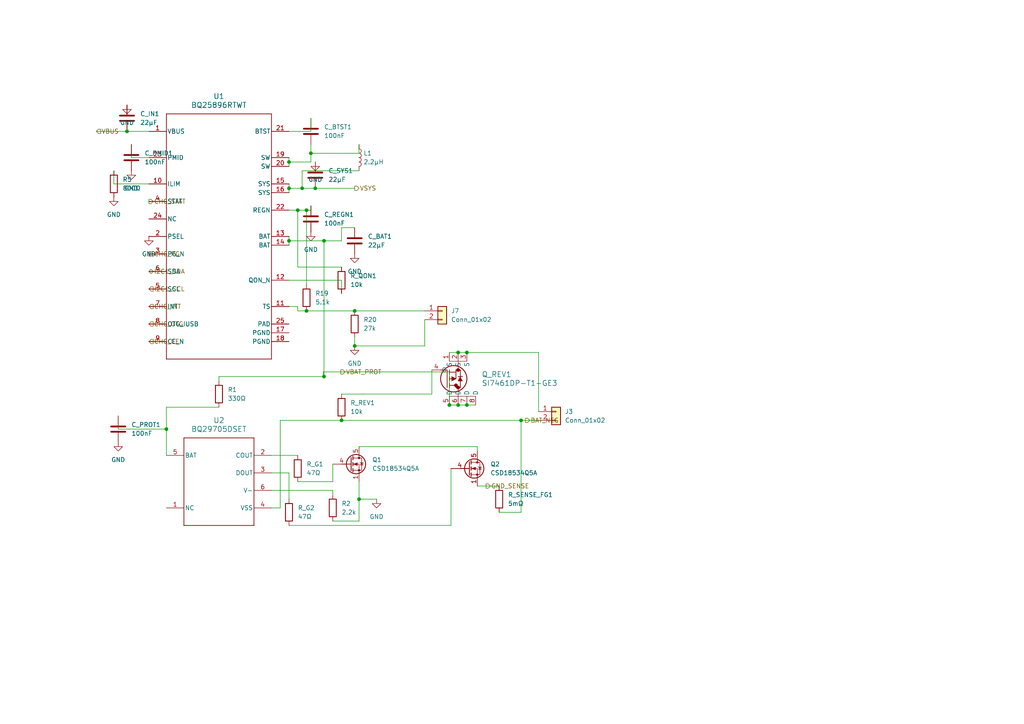
<source format=kicad_sch>
(kicad_sch (version 20250114) (generator "eeschema") (generator_version "9.0")
  (paper "A4")
  (lib_symbols
    (symbol "BQ25896RTWT:BQ25896RTWT" (pin_names (offset 0.254))
      (property "Reference" "U" (at 0 2.54 0))
      (property "Value" "BQ25896RTWT" (at 0 0 0))
      (symbol "BQ25896RTWT_0_1"
        (polyline (pts (xy -15.24 35.56) (xy -15.24 -35.56)) (stroke (width 0.2032)))
        (polyline (pts (xy -15.24 -35.56) (xy 15.24 -35.56)) (stroke (width 0.2032)))
        (polyline (pts (xy 15.24 35.56) (xy -15.24 35.56)) (stroke (width 0.2032)))
        (polyline (pts (xy 15.24 -35.56) (xy 15.24 35.56)) (stroke (width 0.2032)))
        (pin power_in line (at -20.32 30.48 0) (length 5.08) (name "VBUS") (number "1"))
        (pin output line (at -20.32 22.86 0) (length 5.08) (name "PMID") (number "23"))
        (pin input line (at -20.32 15.24 0) (length 5.08) (name "ILIM") (number "10"))
        (pin open_collector line (at -20.32 10.16 0) (length 5.08) (name "STAT") (number "4"))
        (pin unspecified line (at -20.32 5.08 0) (length 5.08) (name "NC") (number "24"))
        (pin input line (at -20.32 0 0) (length 5.08) (name "PSEL") (number "2"))
        (pin open_collector line (at -20.32 -5.08 0) (length 5.08) (name "PG_N") (number "3"))
        (pin bidirectional line (at -20.32 -10.16 0) (length 5.08) (name "SDA") (number "6"))
        (pin input line (at -20.32 -15.24 0) (length 5.08) (name "SCL") (number "5"))
        (pin bidirectional line (at -20.32 -20.32 0) (length 5.08) (name "INT") (number "7"))
        (pin input line (at -20.32 -25.4 0) (length 5.08) (name "OTG_IUSB") (number "8"))
        (pin input line (at -20.32 -30.48 0) (length 5.08) (name "CE_N") (number "9"))
        (pin power_in line (at 20.32 30.48 180) (length 5.08) (name "BTST") (number "21"))
        (pin power_in line (at 20.32 22.86 180) (length 5.08) (name "SW") (number "19"))
        (pin power_in line (at 20.32 20.32 180) (length 5.08) (name "SW") (number "20"))
        (pin input line (at 20.32 15.24 180) (length 5.08) (name "SYS") (number "15"))
        (pin input line (at 20.32 12.7 180) (length 5.08) (name "SYS") (number "16"))
        (pin power_in line (at 20.32 7.62 180) (length 5.08) (name "REGN") (number "22"))
        (pin power_in line (at 20.32 0 180) (length 5.08) (name "BAT") (number "13"))
        (pin power_in line (at 20.32 -2.54 180) (length 5.08) (name "BAT") (number "14"))
        (pin input line (at 20.32 -12.7 180) (length 5.08) (name "QON_N") (number "12"))
        (pin input line (at 20.32 -20.32 180) (length 5.08) (name "TS") (number "11"))
        (pin power_in line (at 20.32 -25.4 180) (length 5.08) (name "PAD") (number "25"))
        (pin power_in line (at 20.32 -27.94 180) (length 5.08) (name "PGND") (number "17"))
        (pin power_in line (at 20.32 -30.48 180) (length 5.08) (name "PGND") (number "18"))
      )
    )
    (symbol "BQ29705DSET:BQ29705DSET" (pin_names (offset 0.254))
      (property "Reference" "U" (at 0 2.54 0))
      (property "Value" "BQ29705DSET" (at 0 0 0))
      (symbol "BQ29705DSET_0_1"
        (polyline (pts (xy -10.16 12.7) (xy -10.16 -12.7)) (stroke (width 0.2032)))
        (polyline (pts (xy -10.16 -12.7) (xy 10.16 -12.7)) (stroke (width 0.2032)))
        (polyline (pts (xy 10.16 12.7) (xy -10.16 12.7)) (stroke (width 0.2032)))
        (polyline (pts (xy 10.16 -12.7) (xy 10.16 12.7)) (stroke (width 0.2032)))
        (pin power_in line (at -15.24 7.62 0) (length 5.08) (name "BAT") (number "5"))
        (pin unspecified line (at -15.24 -7.62 0) (length 5.08) (name "NC") (number "1"))
        (pin output line (at 15.24 7.62 180) (length 5.08) (name "COUT") (number "2"))
        (pin output line (at 15.24 2.54 180) (length 5.08) (name "DOUT") (number "3"))
        (pin bidirectional line (at 15.24 -2.54 180) (length 5.08) (name "V-") (number "6"))
        (pin power_in line (at 15.24 -7.62 180) (length 5.08) (name "VSS") (number "4"))
      )
    )
    (symbol "Connector_Generic:Conn_01x02" (pin_names (offset 1.016) (hide yes))
      (property "Reference" "J" (at 0 2.54 0))
      (property "Value" "Conn_01x02" (at 0 -5.08 0))
      (symbol "Conn_01x02_1_1"
        (rectangle (start -1.27 1.27) (end 1.27 -3.81) (stroke (width 0.254)) (fill (type background)))
        (rectangle (start -1.27 0.127) (end 0 -0.127) (stroke (width 0.1524)))
        (rectangle (start -1.27 -2.413) (end 0 -2.667) (stroke (width 0.1524)))
        (pin passive line (at -5.08 0 0) (length 3.81) (name "Pin_1") (number "1"))
        (pin passive line (at -5.08 -2.54 0) (length 3.81) (name "Pin_2") (number "2"))
      )
    )
    (symbol "Device:C" (pin_numbers (hide yes)) (pin_names (offset 0.254))
      (property "Reference" "C" (at 0.635 2.54 0))
      (property "Value" "C" (at 0.635 -2.54 0))
      (symbol "C_0_1"
        (polyline (pts (xy -2.032 0.762) (xy 2.032 0.762)) (stroke (width 0.508)))
        (polyline (pts (xy -2.032 -0.762) (xy 2.032 -0.762)) (stroke (width 0.508)))
      )
      (symbol "C_1_1"
        (pin passive line (at 0 3.81 270) (length 2.794) (name "~") (number "1"))
        (pin passive line (at 0 -3.81 90) (length 2.794) (name "~") (number "2"))
      )
    )
    (symbol "Device:L" (pin_numbers (hide yes)) (pin_names (offset 1.016) (hide yes))
      (property "Reference" "L" (at -1.27 0 90))
      (property "Value" "L" (at 1.905 0 90))
      (symbol "L_0_1"
        (arc (start 0 2.54) (mid 0.6323 1.905) (end 0 1.27))
        (arc (start 0 1.27) (mid 0.6323 0.635) (end 0 0))
        (arc (start 0 0) (mid 0.6323 -0.635) (end 0 -1.27))
        (arc (start 0 -1.27) (mid 0.6323 -1.905) (end 0 -2.54))
      )
      (symbol "L_1_1"
        (pin passive line (at 0 3.81 270) (length 1.27) (name "1") (number "1"))
        (pin passive line (at 0 -3.81 90) (length 1.27) (name "2") (number "2"))
      )
    )
    (symbol "Device:R" (pin_numbers (hide yes)) (pin_names (offset 0))
      (property "Reference" "R" (at 2.032 0 90))
      (property "Value" "R" (at 0 0 90))
      (symbol "R_0_1"
        (rectangle (start -1.016 -2.54) (end 1.016 2.54) (stroke (width 0.254)))
      )
      (symbol "R_1_1"
        (pin passive line (at 0 3.81 270) (length 1.27) (name "~") (number "1"))
        (pin passive line (at 0 -3.81 90) (length 1.27) (name "~") (number "2"))
      )
    )
    (symbol "Si7461DP-T1-GE3:SI7461DP-T1-GE3" (pin_names (offset 0.254))
      (property "Reference" "Q" (at 11.43 -0.635 0))
      (property "Value" "SI7461DP-T1-GE3" (at 11.43 -5.08 0))
      (symbol "SI7461DP-T1-GE3_0_1"
        (polyline (pts (xy 2.54 0) (xy 4.445 0)) (stroke (width 0.2032)))
        (polyline (pts (xy 4.445 -5.08) (xy 4.445 0)) (stroke (width 0.2032)))
        (polyline (pts (xy 5.08 2.54) (xy 10.16 2.54)) (stroke (width 0.127)))
        (polyline (pts (xy 5.08 -0.635) (xy 6.985 -0.635)) (stroke (width 0.2032)))
        (polyline (pts (xy 5.08 -1.27) (xy 5.08 0)) (stroke (width 0.2032)))
        (polyline (pts (xy 5.08 -3.175) (xy 5.08 -1.905)) (stroke (width 0.2032)))
        (polyline (pts (xy 5.08 -4.445) (xy 6.985 -4.445)) (stroke (width 0.2032)))
        (polyline (pts (xy 5.08 -5.08) (xy 5.08 -3.81)) (stroke (width 0.2032)))
        (polyline (pts (xy 5.08 -7.62) (xy 12.7 -7.62)) (stroke (width 0.127)))
        (polyline (pts (xy 5.715 -2.54) (xy 5.08 -2.54)) (stroke (width 0.2032)))
        (polyline (pts (xy 5.715 -3.175) (xy 6.985 -2.54) (xy 5.715 -1.905)) (fill (type outline)))
        (circle (center 6.35 -2.54) (radius 3.81) (stroke (width 0.254)))
        (polyline (pts (xy 6.985 0) (xy 8.255 0)) (stroke (width 0.2032)))
        (polyline (pts (xy 6.985 -0.635) (xy 6.985 0)) (stroke (width 0.2032)))
        (polyline (pts (xy 6.985 -0.635) (xy 6.985 -2.54)) (stroke (width 0.2032)))
        (polyline (pts (xy 6.985 -4.445) (xy 6.985 -5.08)) (stroke (width 0.127)))
        (circle (center 6.985 -4.445) (radius 0.0254) (stroke (width 0.508)))
        (polyline (pts (xy 6.985 -5.08) (xy 8.255 -5.08)) (stroke (width 0.2032)))
        (polyline (pts (xy 7.62 2.54) (xy 7.6454 0)) (stroke (width 0.127)))
        (circle (center 7.62 0) (radius 0.0254) (stroke (width 0.508)))
        (circle (center 7.62 -5.08) (radius 0.0254) (stroke (width 0.508)))
        (polyline (pts (xy 7.62 -7.62) (xy 7.62 -5.08)) (stroke (width 0.127)))
        (polyline (pts (xy 8.255 -1.905) (xy 8.255 0)) (stroke (width 0.2032)))
        (polyline (pts (xy 8.255 -5.08) (xy 8.255 -3.175)) (stroke (width 0.2032)))
        (polyline (pts (xy 8.89 -1.905) (xy 7.62 -1.905)) (stroke (width 0.2032)))
        (polyline (pts (xy 8.89 -3.175) (xy 7.62 -3.175) (xy 8.255 -1.905)) (fill (type outline)))
        (pin unspecified line (at 0 0 0) (length 2.54) (name "G") (number "4"))
        (pin unspecified line (at 5.08 5.08 270) (length 2.54) (name "S") (number "1"))
        (pin unspecified line (at 5.08 -10.16 90) (length 2.54) (name "D") (number "5"))
        (pin unspecified line (at 7.62 5.08 270) (length 2.54) (name "S") (number "2"))
        (pin unspecified line (at 7.62 -10.16 90) (length 2.54) (name "D") (number "6"))
        (pin unspecified line (at 10.16 5.08 270) (length 2.54) (name "S") (number "3"))
        (pin unspecified line (at 10.16 -10.16 90) (length 2.54) (name "D") (number "7"))
        (pin unspecified line (at 12.7 -10.16 90) (length 2.54) (name "D") (number "8"))
      )
    )
    (symbol "Transistor_FET:CSD18534Q5A" (pin_names (offset 0) (hide yes))
      (property "Reference" "Q" (at 5.08 1.905 0))
      (property "Value" "CSD18534Q5A" (at 5.08 0 0))
      (symbol "CSD18534Q5A_0_1"
        (polyline (pts (xy 0.254 1.905) (xy 0.254 -1.905)) (stroke (width 0.254)))
        (polyline (pts (xy 0.254 0) (xy -2.54 0)))
        (polyline (pts (xy 0.762 2.286) (xy 0.762 1.27)) (stroke (width 0.254)))
        (polyline (pts (xy 0.762 0.508) (xy 0.762 -0.508)) (stroke (width 0.254)))
        (polyline (pts (xy 0.762 -1.27) (xy 0.762 -2.286)) (stroke (width 0.254)))
        (polyline (pts (xy 0.762 -1.778) (xy 3.302 -1.778) (xy 3.302 1.778) (xy 0.762 1.778)))
        (polyline (pts (xy 1.016 0) (xy 2.032 0.381) (xy 2.032 -0.381) (xy 1.016 0)) (fill (type outline)))
        (circle (center 1.651 0) (radius 2.794) (stroke (width 0.254)))
        (polyline (pts (xy 2.54 2.54) (xy 2.54 1.778)))
        (circle (center 2.54 1.778) (radius 0.254) (fill (type outline)))
        (circle (center 2.54 -1.778) (radius 0.254) (fill (type outline)))
        (polyline (pts (xy 2.54 -2.54) (xy 2.54 0) (xy 0.762 0)))
        (polyline (pts (xy 2.794 0.508) (xy 2.921 0.381) (xy 3.683 0.381) (xy 3.81 0.254)))
        (polyline (pts (xy 3.302 0.381) (xy 2.921 -0.254) (xy 3.683 -0.254) (xy 3.302 0.381)))
      )
      (symbol "CSD18534Q5A_1_1"
        (pin input line (at -5.08 0 0) (length 5.08) (name "G") (number "4"))
        (pin passive line (at 2.54 5.08 270) (length 2.54) (name "D") (number "5"))
        (pin passive line (at 2.54 -5.08 90) (length 2.54) (name "S") (number "1"))
        (pin passive line (at 2.54 -5.08 90) (length 2.54) (hide yes) (name "S") (number "2"))
        (pin passive line (at 2.54 -5.08 90) (length 2.54) (hide yes) (name "S") (number "3"))
      )
    )
    (symbol "power:GND" (power) (pin_numbers (hide yes)) (pin_names (offset 0) (hide yes))
      (property "Value" "GND" (at 0 -3.81 0))
      (symbol "GND_0_1"
        (polyline (pts (xy 0 0) (xy 0 -1.27) (xy 1.27 -1.27) (xy 0 -2.54) (xy -1.27 -1.27) (xy 0 -1.27)))
      )
      (symbol "GND_1_1"
        (pin power_in line (at 0 0 270) (length 0) (name "~") (number "1"))
      )
    )
  )
  (junction (at 88.9 90.17))
  (junction (at 87.63 54.61))
  (junction (at 102.87 100.33))
  (junction (at 93.98 69.85))
  (junction (at 36.83 38.1))
  (junction (at 130.3354 117.4769))
  (junction (at 83.82 54.61))
  (junction (at 90.17 44.45))
  (junction (at 86.36 60.96))
  (junction (at 102.87 90.17))
  (junction (at 132.8754 102.2369))
  (junction (at 151.13 121.92))
  (junction (at 104.14 144.78))
  (junction (at 48.26 124.46))
  (junction (at 83.82 46.99))
  (junction (at 135.4154 102.2369))
  (junction (at 132.8754 117.4769))
  (junction (at 93.98 109.2118))
  (junction (at 135.4154 117.4769))
  (junction (at 99.06 121.92))
  (junction (at 91.44 54.61))
  (junction (at 88.9 60.96))
  (junction (at 83.82 69.85))
  (wire (pts (xy 86.36 60.96) (xy 88.9 60.96)))
  (wire (pts (xy 63.5 109.22) (xy 63.5 110.49)))
  (wire (pts (xy 99.06 66.04) (xy 102.87 66.04)))
  (wire (pts (xy 83.82 88.9) (xy 86.36 88.9)))
  (wire (pts (xy 78.74 147.32) (xy 81.28 147.32)))
  (wire (pts (xy 93.7521 107.8693) (xy 93.7521 109.2118)))
  (wire (pts (xy 132.8754 102.2369) (xy 135.4154 102.2369)))
  (wire (pts (xy 88.9 60.96) (xy 88.9 82.55)))
  (wire (pts (xy 88.9 90.17) (xy 86.36 90.17)))
  (wire (pts (xy 83.82 137.16) (xy 83.82 144.78)))
  (wire (pts (xy 90.17 41.91) (xy 90.17 44.45)))
  (wire (pts (xy 96.52 139.7) (xy 96.52 134.62)))
  (wire (pts (xy 99.06 77.47) (xy 86.36 77.47)))
  (wire (pts (xy 63.5 118.11) (xy 48.26 118.11)))
  (wire (pts (xy 43.18 45.72) (xy 38.1 45.72)))
  (wire (pts (xy 99.06 121.92) (xy 151.13 121.92)))
  (wire (pts (xy 123.19 100.33) (xy 123.19 92.71)))
  (wire (pts (xy 86.36 77.47) (xy 86.36 60.96)))
  (wire (pts (xy 87.63 49.53) (xy 87.63 54.61)))
  (wire (pts (xy 93.98 109.22) (xy 63.5 109.22)))
  (wire (pts (xy 48.26 118.11) (xy 48.26 124.46)))
  (wire (pts (xy 104.14 151.13) (xy 104.14 144.78)))
  (wire (pts (xy 86.36 90.17) (xy 86.36 88.9)))
  (wire (pts (xy 78.74 142.24) (xy 96.52 142.24)))
  (wire (pts (xy 105.2984 114.2918) (xy 125.2554 114.2918)))
  (wire (pts (xy 36.83 38.1) (xy 43.18 38.1)))
  (wire (pts (xy 138.43 140.97) (xy 144.78 140.97)))
  (wire (pts (xy 93.98 69.85) (xy 99.06 69.85)))
  (wire (pts (xy 83.82 69.85) (xy 93.98 69.85)))
  (wire (pts (xy 102.87 100.33) (xy 123.19 100.33)))
  (wire (pts (xy 90.17 44.45) (xy 90.17 46.99)))
  (wire (pts (xy 83.82 68.58) (xy 83.82 69.85)))
  (wire (pts (xy 99.06 81.28) (xy 99.06 85.09)))
  (wire (pts (xy 130.3354 107.8693) (xy 130.3354 117.4769)))
  (wire (pts (xy 96.52 151.13) (xy 104.14 151.13)))
  (wire (pts (xy 93.98 109.2118) (xy 93.98 109.22)))
  (wire (pts (xy 78.74 132.08) (xy 86.36 132.08)))
  (wire (pts (xy 86.36 139.7) (xy 96.52 139.7)))
  (wire (pts (xy 83.82 53.34) (xy 83.82 54.61)))
  (wire (pts (xy 151.13 121.92) (xy 156.21 121.92)))
  (wire (pts (xy 102.87 90.17) (xy 123.19 90.17)))
  (wire (pts (xy 151.13 121.92) (xy 151.13 148.59)))
  (wire (pts (xy 81.28 147.32) (xy 81.28 121.92)))
  (wire (pts (xy 91.44 54.61) (xy 102.87 54.61)))
  (wire (pts (xy 83.82 54.61) (xy 87.63 54.61)))
  (wire (pts (xy 83.82 38.1) (xy 90.17 38.1)))
  (wire (pts (xy 105.2984 114.2918) (xy 105.2984 114.3)))
  (wire (pts (xy 99.06 69.85) (xy 99.06 66.04)))
  (wire (pts (xy 93.7521 107.8693) (xy 130.3354 107.8693)))
  (wire (pts (xy 104.14 44.45) (xy 104.14 41.91)))
  (wire (pts (xy 83.82 69.85) (xy 83.82 71.12)))
  (wire (pts (xy 104.14 129.54) (xy 138.43 129.54)))
  (wire (pts (xy 87.63 54.61) (xy 91.44 54.61)))
  (wire (pts (xy 104.14 49.53) (xy 87.63 49.53)))
  (wire (pts (xy 151.13 148.59) (xy 144.78 148.59)))
  (wire (pts (xy 135.4154 102.2369) (xy 156.21 102.2369)))
  (wire (pts (xy 78.74 137.16) (xy 83.82 137.16)))
  (wire (pts (xy 132.8754 117.4769) (xy 135.4154 117.4769)))
  (wire (pts (xy 83.82 45.72) (xy 83.82 46.99)))
  (wire (pts (xy 102.87 97.79) (xy 102.87 100.33)))
  (wire (pts (xy 38.1 45.72) (xy 38.1 41.91)))
  (wire (pts (xy 34.29 124.46) (xy 48.26 124.46)))
  (wire (pts (xy 27.94 38.1) (xy 36.83 38.1)))
  (wire (pts (xy 102.87 90.17) (xy 88.9 90.17)))
  (wire (pts (xy 138.43 129.54) (xy 138.43 130.81)))
  (wire (pts (xy 33.02 53.34) (xy 33.02 49.53)))
  (wire (pts (xy 135.4154 117.4769) (xy 137.9554 117.4769)))
  (wire (pts (xy 48.26 124.46) (xy 48.26 132.08)))
  (wire (pts (xy 125.2554 114.2918) (xy 125.2554 107.3169)))
  (wire (pts (xy 104.14 144.78) (xy 109.22 144.78)))
  (wire (pts (xy 93.98 69.85) (xy 93.98 109.2118)))
  (wire (pts (xy 156.21 102.2369) (xy 156.21 119.38)))
  (wire (pts (xy 81.28 121.92) (xy 99.06 121.92)))
  (wire (pts (xy 96.52 142.24) (xy 96.52 143.51)))
  (wire (pts (xy 83.82 54.61) (xy 83.82 55.88)))
  (wire (pts (xy 88.9 60.96) (xy 90.17 60.96)))
  (wire (pts (xy 130.3354 102.2369) (xy 132.8754 102.2369)))
  (wire (pts (xy 33.02 53.34) (xy 43.18 53.34)))
  (wire (pts (xy 83.82 46.99) (xy 83.82 48.26)))
  (wire (pts (xy 90.17 60.96) (xy 90.17 59.69)))
  (wire (pts (xy 105.2984 114.3) (xy 99.06 114.3)))
  (wire (pts (xy 90.17 44.45) (xy 104.14 44.45)))
  (wire (pts (xy 83.82 46.99) (xy 90.17 46.99)))
  (wire (pts (xy 90.17 34.29) (xy 90.17 38.1)))
  (wire (pts (xy 130.81 152.4) (xy 130.81 135.89)))
  (wire (pts (xy 83.82 81.28) (xy 99.06 81.28)))
  (wire (pts (xy 104.14 144.78) (xy 104.14 139.7)))
  (wire (pts (xy 34.29 124.46) (xy 34.29 120.65)))
  (wire (pts (xy 130.3354 117.4769) (xy 132.8754 117.4769)))
  (wire (pts (xy 93.7521 109.2118) (xy 93.98 109.2118)))
  (wire (pts (xy 83.82 152.4) (xy 130.81 152.4)))
  (wire (pts (xy 83.82 60.96) (xy 86.36 60.96)))
  (hierarchical_label "CHG_PG" (shape output) (at 43.18 73.66 0))
  (hierarchical_label "CHG_STAT" (shape output) (at 43.18 58.42 0))
  (hierarchical_label "I2C1_SCL" (shape input) (at 43.18 83.82 0))
  (hierarchical_label "BAT_NEG" (shape output) (at 152.4 121.92 0))
  (hierarchical_label "VBUS" (shape input) (at 27.94 38.1 0))
  (hierarchical_label "VBAT_PROT" (shape output) (at 98.8321 107.8693 0))
  (hierarchical_label "CHG_INT" (shape input) (at 43.18 88.9 0))
  (hierarchical_label "CHG_OTG" (shape input) (at 43.18 93.98 0))
  (hierarchical_label "GND_SENSE" (shape output) (at 140.97 140.97 0))
  (hierarchical_label "I2C1_SDA" (shape bidirectional) (at 43.18 78.74 0))
  (hierarchical_label "CHG_CE" (shape input) (at 43.18 99.06 0))
  (hierarchical_label "VSYS" (shape output) (at 102.87 54.61 0))
  (symbol (lib_id "Device:C") (at 34.29 124.46 0) (unit 1)
    (property "Reference" "C_PROT1" (at 38.1 123.1899 0) (effects (justify left)))
    (property "Value" "100nF" (at 38.1 125.7299 0) (effects (justify left)))
    (property "Footprint" "Capacitor_SMD:C_0402_1005Metric" (effects (hide yes)))
    (property "Description" "Unpolarized capacitor" (effects (hide yes)))
  )
  (symbol (lib_id "Device:C") (at 91.44 50.8 0) (unit 1)
    (property "Reference" "C_SYS1" (at 95.25 49.5299 0) (effects (justify left)))
    (property "Value" "22µF" (at 95.25 52.0699 0) (effects (justify left)))
    (property "Footprint" "Capacitor_SMD:C_0805_2012Metric" (effects (hide yes)))
    (property "Description" "Unpolarized capacitor" (effects (hide yes)))
  )
  (symbol (lib_id "Device:R") (at 144.78 144.78 0) (unit 1)
    (property "Reference" "R_SENSE_FG1" (at 147.32 143.5099 0) (effects (justify left)))
    (property "Value" "5mΩ" (at 147.32 146.0499 0) (effects (justify left)))
    (property "Footprint" "Resistor_SMD:R_2512_6332Metric" (effects (hide yes)))
    (property "Description" "Resistor" (effects (hide yes)))
  )
  (symbol (lib_id "Device:C") (at 36.83 34.29 0) (unit 1)
    (property "Reference" "C_IN1" (at 40.64 33.0199 0) (effects (justify left)))
    (property "Value" "22µF" (at 40.64 35.5599 0) (effects (justify left)))
    (property "Footprint" "Capacitor_SMD:C_0805_2012Metric" (effects (hide yes)))
    (property "Description" "Unpolarized capacitor" (effects (hide yes)))
  )
  (symbol (lib_id "Device:R") (at 99.06 118.11 0) (unit 1)
    (property "Reference" "R_REV1" (at 101.6 116.8399 0) (effects (justify left)))
    (property "Value" "10k" (at 101.6 119.3799 0) (effects (justify left)))
    (property "Footprint" "Resistor_SMD:R_0402_1005Metric" (effects (hide yes)))
    (property "Description" "Resistor" (effects (hide yes)))
  )
  (symbol (lib_id "Device:C") (at 90.17 63.5 0) (unit 1)
    (property "Reference" "C_REGN1" (at 93.98 62.2299 0) (effects (justify left)))
    (property "Value" "100nF" (at 93.98 64.7699 0) (effects (justify left)))
    (property "Footprint" "Capacitor_SMD:C_0402_1005Metric" (effects (hide yes)))
    (property "Description" "Unpolarized capacitor" (effects (hide yes)))
  )
  (symbol (lib_id "power:GND") (at 109.22 144.78 0) (unit 1)
    (property "Reference" "#PWR017" (effects (hide yes)))
    (property "Value" "GND" (at 109.22 149.86 0))
    (property "Description" "Power symbol creates a global label with name \"GND\" , ground" (effects (hide yes)))
  )
  (symbol (lib_id "Device:R") (at 99.06 81.28 0) (unit 1)
    (property "Reference" "R_QON1" (at 101.6 80.0099 0) (effects (justify left)))
    (property "Value" "10k" (at 101.6 82.5499 0) (effects (justify left)))
    (property "Footprint" "Resistor_SMD:R_0402_1005Metric" (effects (hide yes)))
    (property "Description" "Resistor" (effects (hide yes)))
  )
  (symbol (lib_id "power:GND") (at 91.44 46.99 0) (unit 1)
    (property "Reference" "#PWR09" (effects (hide yes)))
    (property "Value" "GND" (at 91.44 52.07 0))
    (property "Description" "Power symbol creates a global label with name \"GND\" , ground" (effects (hide yes)))
  )
  (symbol (lib_id "Device:R") (at 88.9 86.36 0) (unit 1)
    (property "Reference" "R19" (at 91.44 85.0899 0) (effects (justify left)))
    (property "Value" "5.1k" (at 91.44 87.6299 0) (effects (justify left)))
    (property "Footprint" "Resistor_SMD:R_0402_1005Metric" (effects (hide yes)))
    (property "Description" "Resistor" (effects (hide yes)))
  )
  (symbol (lib_id "Device:R") (at 63.5 114.3 0) (unit 1)
    (property "Reference" "R1" (at 66.04 113.0299 0) (effects (justify left)))
    (property "Value" "330Ω" (at 66.04 115.5699 0) (effects (justify left)))
    (property "Footprint" "Resistor_SMD:R_0402_1005Metric" (effects (hide yes)))
    (property "Description" "Resistor" (effects (hide yes)))
  )
  (symbol (lib_id "Transistor_FET:CSD18534Q5A") (at 135.89 135.89 0) (unit 1)
    (property "Reference" "Q2" (at 142.24 134.6199 0) (effects (justify left)))
    (property "Value" "CSD18534Q5A" (at 142.24 137.1599 0) (effects (justify left)))
    (property "Footprint" "Package_TO_SOT_SMD:TDSON-8-1" (effects (hide yes)))
    (property "Datasheet" "http://www.ti.com/lit/gpn/csd18534q5a" (effects (hide yes)))
    (property "Description" "50A Id, 60V Vds, NexFET N-Channel Power MOSFET, 9.8mOhm Ron, 17nC Qg(typ), SON8 5x6mm" (effects (hide yes)))
  )
  (symbol (lib_id "Device:L") (at 104.14 45.72 0) (unit 1)
    (property "Reference" "L1" (at 105.41 44.4499 0) (effects (justify left)))
    (property "Value" "2.2µH" (at 105.41 46.9899 0) (effects (justify left)))
    (property "Footprint" "Inductor_SMD:L_7.3x7.3_H3.5" (effects (hide yes)))
    (property "Description" "Inductor" (effects (hide yes)))
  )
  (symbol (lib_id "Device:C") (at 38.1 45.72 0) (unit 1)
    (property "Reference" "C_PMID1" (at 41.91 44.4499 0) (effects (justify left)))
    (property "Value" "100nF" (at 41.91 46.9899 0) (effects (justify left)))
    (property "Footprint" "Capacitor_SMD:C_0402_1005Metric" (effects (hide yes)))
    (property "Description" "Unpolarized capacitor" (effects (hide yes)))
  )
  (symbol (lib_id "power:GND") (at 38.1 49.53 0) (unit 1)
    (property "Reference" "#PWR014" (effects (hide yes)))
    (property "Value" "GND" (at 38.1 54.61 0))
    (property "Description" "Power symbol creates a global label with name \"GND\" , ground" (effects (hide yes)))
  )
  (symbol (lib_id "Device:R") (at 102.87 93.98 0) (unit 1)
    (property "Reference" "R20" (at 105.41 92.7099 0) (effects (justify left)))
    (property "Value" "27k" (at 105.41 95.2499 0) (effects (justify left)))
    (property "Footprint" "Resistor_SMD:R_0402_1005Metric" (effects (hide yes)))
    (property "Description" "Resistor" (effects (hide yes)))
  )
  (symbol (lib_id "power:GND") (at 36.83 30.48 0) (unit 1)
    (property "Reference" "#PWR08" (effects (hide yes)))
    (property "Value" "GND" (at 36.83 35.56 0))
    (property "Description" "Power symbol creates a global label with name \"GND\" , ground" (effects (hide yes)))
  )
  (symbol (lib_id "Device:R") (at 83.82 148.59 0) (unit 1)
    (property "Reference" "R_G2" (at 86.36 147.3199 0) (effects (justify left)))
    (property "Value" "47Ω" (at 86.36 149.8599 0) (effects (justify left)))
    (property "Footprint" "Resistor_SMD:R_0402_1005Metric" (effects (hide yes)))
    (property "Description" "Resistor" (effects (hide yes)))
  )
  (symbol (lib_id "power:GND") (at 102.87 100.33 0) (unit 1)
    (property "Reference" "#PWR012" (effects (hide yes)))
    (property "Value" "GND" (at 102.87 105.41 0))
    (property "Description" "Power symbol creates a global label with name \"GND\" , ground" (effects (hide yes)))
  )
  (symbol (lib_id "power:GND") (at 43.18 68.58 0) (unit 1)
    (property "Reference" "#PWR013" (effects (hide yes)))
    (property "Value" "GND" (at 43.18 73.66 0))
    (property "Description" "Power symbol creates a global label with name \"GND\" , ground" (effects (hide yes)))
  )
  (symbol (lib_id "power:GND") (at 90.17 67.31 0) (unit 1)
    (property "Reference" "#PWR010" (effects (hide yes)))
    (property "Value" "GND" (at 90.17 72.39 0))
    (property "Description" "Power symbol creates a global label with name \"GND\" , ground" (effects (hide yes)))
  )
  (symbol (lib_id "Device:C") (at 90.17 38.1 0) (unit 1)
    (property "Reference" "C_BTST1" (at 93.98 36.8299 0) (effects (justify left)))
    (property "Value" "100nF" (at 93.98 39.3699 0) (effects (justify left)))
    (property "Footprint" "Capacitor_SMD:C_0402_1005Metric" (effects (hide yes)))
    (property "Description" "Unpolarized capacitor" (effects (hide yes)))
  )
  (symbol (lib_id "BQ29705DSET:BQ29705DSET") (at 63.5 139.7 0) (unit 1)
    (property "Reference" "U2" (at 63.5 121.92 0) (effects (font (size 1.524 1.524))))
    (property "Value" "BQ29705DSET" (at 63.5 124.46 0) (effects (font (size 1.524 1.524))))
    (property "Footprint" "BQ29705DSET:SON50P150X150X80-6N" (effects (hide yes)))
    (property "Datasheet" "https://www.ti.com/lit/gpn/bq2970" (effects (hide yes)))
  )
  (symbol (lib_id "power:GND") (at 34.29 128.27 0) (unit 1)
    (property "Reference" "#PWR016" (effects (hide yes)))
    (property "Value" "GND" (at 34.29 133.35 0))
    (property "Description" "Power symbol creates a global label with name \"GND\" , ground" (effects (hide yes)))
  )
  (symbol (lib_id "power:GND") (at 33.02 57.15 0) (unit 1)
    (property "Reference" "#PWR011" (effects (hide yes)))
    (property "Value" "GND" (at 33.02 62.23 0))
    (property "Description" "Power symbol creates a global label with name \"GND\" , ground" (effects (hide yes)))
  )
  (symbol (lib_id "Transistor_FET:CSD18534Q5A") (at 101.6 134.62 0) (unit 1)
    (property "Reference" "Q1" (at 107.95 133.3499 0) (effects (justify left)))
    (property "Value" "CSD18534Q5A" (at 107.95 135.8899 0) (effects (justify left)))
    (property "Footprint" "Package_TO_SOT_SMD:TDSON-8-1" (effects (hide yes)))
    (property "Datasheet" "http://www.ti.com/lit/gpn/csd18534q5a" (effects (hide yes)))
    (property "Description" "50A Id, 60V Vds, NexFET N-Channel Power MOSFET, 9.8mOhm Ron, 17nC Qg(typ), SON8 5x6mm" (effects (hide yes)))
  )
  (symbol (lib_id "BQ25896RTWT:BQ25896RTWT") (at 63.5 68.58 0) (unit 1)
    (property "Reference" "U1" (at 63.5 27.94 0) (effects (font (size 1.524 1.524))))
    (property "Value" "BQ25896RTWT" (at 63.5 30.48 0) (effects (font (size 1.524 1.524))))
    (property "Footprint" "Package_DFN_QFN:Texas_RTW_WQFN-24-1EP_4x4mm_P0.5mm_EP2.7x2.7mm_ThermalVias" (effects (hide yes)))
    (property "Datasheet" "https://www.ti.com/lit/gpn/bq25896" (effects (hide yes)))
  )
  (symbol (lib_id "Connector_Generic:Conn_01x02") (at 128.27 90.17 0) (unit 1)
    (property "Reference" "J7" (at 130.81 90.1699 0) (effects (justify left)))
    (property "Value" "Conn_01x02" (at 130.81 92.7099 0) (effects (justify left)))
    (property "Footprint" "Connector_Wire:SolderWire-0.5sqmm_1x02_P4.6mm_D0.9mm_OD2.1mm" (effects (hide yes)))
    (property "Description" "Generic connector, single row, 01x02, script generated (kicad-library-utils/schlib/autogen/connector/)" (effects (hide yes)))
  )
  (symbol (lib_id "Si7461DP-T1-GE3:SI7461DP-T1-GE3") (at 125.2554 107.3169 0) (unit 1)
    (property "Reference" "Q_REV1" (at 139.7 108.5868 0) (effects (font (size 1.524 1.524)) (justify left)))
    (property "Value" "SI7461DP-T1-GE3" (at 139.7 111.1268 0) (effects (font (size 1.524 1.524)) (justify left)))
    (property "Footprint" "Package_SO:PowerPAK_SO-8_Single" (effects (hide yes)))
    (property "Datasheet" "https://www.vishay.com/doc?72567" (effects (hide yes)))
  )
  (symbol (lib_id "Device:R") (at 86.36 135.89 0) (unit 1)
    (property "Reference" "R_G1" (at 88.9 134.6199 0) (effects (justify left)))
    (property "Value" "47Ω" (at 88.9 137.1599 0) (effects (justify left)))
    (property "Footprint" "Resistor_SMD:R_0402_1005Metric" (effects (hide yes)))
    (property "Description" "Resistor" (effects (hide yes)))
  )
  (symbol (lib_id "Device:R") (at 33.02 53.34 0) (unit 1)
    (property "Reference" "R5" (at 35.56 52.0699 0) (effects (justify left)))
    (property "Value" "800Ω" (at 35.56 54.6099 0) (effects (justify left)))
    (property "Footprint" "Resistor_SMD:R_0402_1005Metric" (effects (hide yes)))
    (property "Description" "Resistor" (effects (hide yes)))
  )
  (symbol (lib_id "Device:C") (at 102.87 69.85 0) (unit 1)
    (property "Reference" "C_BAT1" (at 106.68 68.5799 0) (effects (justify left)))
    (property "Value" "22µF" (at 106.68 71.1199 0) (effects (justify left)))
    (property "Footprint" "Capacitor_SMD:C_0805_2012Metric" (effects (hide yes)))
    (property "Description" "Unpolarized capacitor" (effects (hide yes)))
  )
  (symbol (lib_id "Connector_Generic:Conn_01x02") (at 161.29 119.38 0) (unit 1)
    (property "Reference" "J3" (at 163.83 119.3799 0) (effects (justify left)))
    (property "Value" "Conn_01x02" (at 163.83 121.9199 0) (effects (justify left)))
    (property "Footprint" "Connector_Wire:SolderWire-2.5sqmm_1x02_P8.8mm_D2.4mm_OD4.4mm" (effects (hide yes)))
    (property "Description" "Generic connector, single row, 01x02, script generated (kicad-library-utils/schlib/autogen/connector/)" (effects (hide yes)))
  )
  (symbol (lib_id "Device:R") (at 96.52 147.32 0) (unit 1)
    (property "Reference" "R2" (at 99.06 146.0499 0) (effects (justify left)))
    (property "Value" "2.2k" (at 99.06 148.5899 0) (effects (justify left)))
    (property "Footprint" "Resistor_SMD:R_0402_1005Metric" (effects (hide yes)))
    (property "Description" "Resistor" (effects (hide yes)))
  )
  (symbol (lib_id "power:GND") (at 102.87 73.66 0) (unit 1)
    (property "Reference" "#PWR015" (effects (hide yes)))
    (property "Value" "GND" (at 102.87 78.74 0))
    (property "Description" "Power symbol creates a global label with name \"GND\" , ground" (effects (hide yes)))
  )
)
</source>
